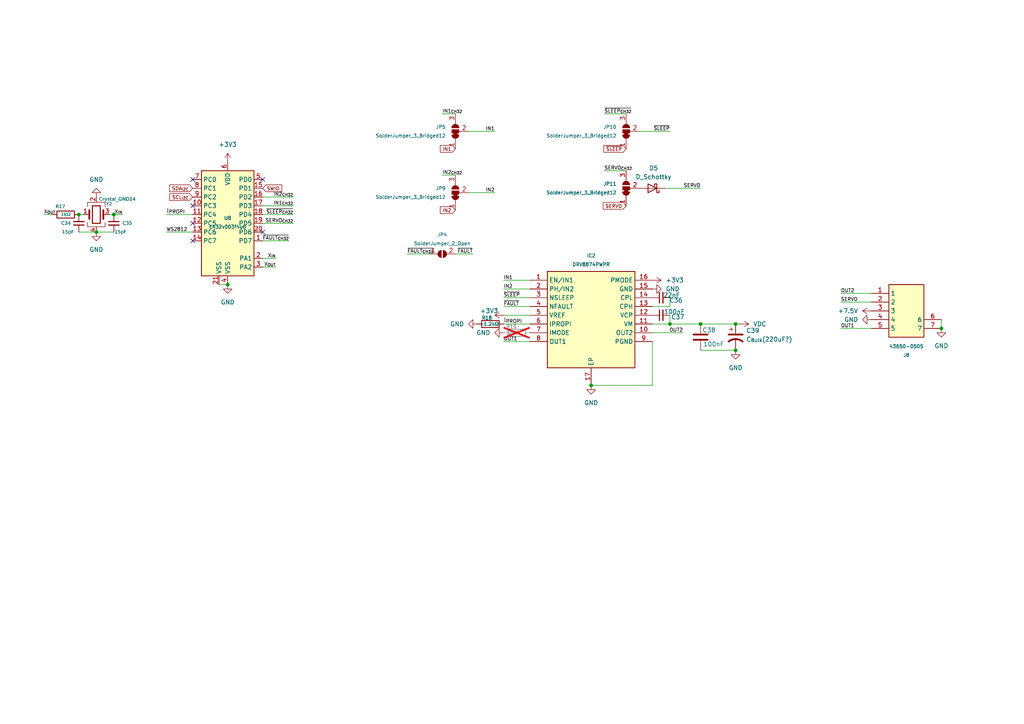
<source format=kicad_sch>
(kicad_sch (version 20231120) (generator "eeschema") (generator_version "8.0")
  (paper "A4")
  (lib_symbols
    (symbol "+3V3_1" (power) (pin_numbers hide) (pin_names (offset 0) hide)
      (property "Value" "+3V3" (at 0 3.556 0))
      (symbol "+3V3_1_0_1"
        (polyline (pts (xy -0.762 1.27) (xy 0 2.54)))
        (polyline (pts (xy 0 0) (xy 0 2.54)))
        (polyline (pts (xy 0 2.54) (xy 0.762 1.27)))
      )
      (symbol "+3V3_1_1_1"
        (pin power_in line (at 0 0 90) (length 0) (name "~") (number "1"))
      )
    )
    (symbol "+3V3_2" (power) (pin_numbers hide) (pin_names (offset 0) hide)
      (property "Value" "+3V3" (at 0 3.556 0))
      (symbol "+3V3_2_0_1"
        (polyline (pts (xy -0.762 1.27) (xy 0 2.54)))
        (polyline (pts (xy 0 0) (xy 0 2.54)))
        (polyline (pts (xy 0 2.54) (xy 0.762 1.27)))
      )
      (symbol "+3V3_2_1_1"
        (pin power_in line (at 0 0 90) (length 0) (name "~") (number "1"))
      )
    )
    (symbol "DRV8874PWPR:DRV8874PWPR"
      (property "Reference" "IC" (at 31.75 7.62 0))
      (property "Value" "DRV8874PWPR" (at 31.75 5.08 0))
      (symbol "DRV8874PWPR_1_1"
        (rectangle (start 5.08 2.54) (end 30.48 -25.4) (stroke (width 0.254)) (fill (type background)))
        (pin passive line (at 0 0 0) (length 5.08) (name "EN/IN1") (number "1"))
        (pin passive line (at 35.56 -15.24 180) (length 5.08) (name "OUT2") (number "10"))
        (pin passive line (at 35.56 -12.7 180) (length 5.08) (name "VM") (number "11"))
        (pin passive line (at 35.56 -10.16 180) (length 5.08) (name "VCP") (number "12"))
        (pin passive line (at 35.56 -7.62 180) (length 5.08) (name "CPH") (number "13"))
        (pin passive line (at 35.56 -5.08 180) (length 5.08) (name "CPL") (number "14"))
        (pin passive line (at 35.56 -2.54 180) (length 5.08) (name "GND") (number "15"))
        (pin passive line (at 35.56 0 180) (length 5.08) (name "PMODE") (number "16"))
        (pin passive line (at 17.78 -30.48 90) (length 5.08) (name "EP") (number "17"))
        (pin passive line (at 0 -2.54 0) (length 5.08) (name "PH/IN2") (number "2"))
        (pin passive line (at 0 -5.08 0) (length 5.08) (name "NSLEEP") (number "3"))
        (pin passive line (at 0 -7.62 0) (length 5.08) (name "NFAULT") (number "4"))
        (pin passive line (at 0 -10.16 0) (length 5.08) (name "VREF") (number "5"))
        (pin passive line (at 0 -12.7 0) (length 5.08) (name "IPROPI") (number "6"))
        (pin passive line (at 0 -15.24 0) (length 5.08) (name "IMODE") (number "7"))
        (pin passive line (at 0 -17.78 0) (length 5.08) (name "OUT1") (number "8"))
        (pin passive line (at 35.56 -17.78 180) (length 5.08) (name "PGND") (number "9"))
      )
    )
    (symbol "Device:C" (pin_numbers hide) (pin_names (offset 0.254))
      (property "Reference" "C" (at 0.635 2.54 0))
      (property "Value" "C" (at 0.635 -2.54 0))
      (symbol "C_0_1"
        (polyline (pts (xy -2.032 -0.762) (xy 2.032 -0.762)) (stroke (width 0.508)))
        (polyline (pts (xy -2.032 0.762) (xy 2.032 0.762)) (stroke (width 0.508)))
      )
      (symbol "C_1_1"
        (pin passive line (at 0 3.81 270) (length 2.794) (name "~") (number "1"))
        (pin passive line (at 0 -3.81 90) (length 2.794) (name "~") (number "2"))
      )
    )
    (symbol "Device:C_Polarized_US" (pin_numbers hide) (pin_names (offset 0.254) hide)
      (property "Reference" "C" (at 0.635 2.54 0))
      (property "Value" "C_Polarized_US" (at 0.635 -2.54 0))
      (symbol "C_Polarized_US_0_1"
        (polyline (pts (xy -2.032 0.762) (xy 2.032 0.762)) (stroke (width 0.508)))
        (polyline (pts (xy -1.778 2.286) (xy -0.762 2.286)))
        (polyline (pts (xy -1.27 1.778) (xy -1.27 2.794)))
        (arc (start 2.032 -1.27) (mid 0 -0.5572) (end -2.032 -1.27) (stroke (width 0.508)))
      )
      (symbol "C_Polarized_US_1_1"
        (pin passive line (at 0 3.81 270) (length 2.794) (name "~") (number "1"))
        (pin passive line (at 0 -3.81 90) (length 3.302) (name "~") (number "2"))
      )
    )
    (symbol "Device:C_Small" (pin_numbers hide) (pin_names (offset 0.254) hide)
      (property "Reference" "C" (at 0.254 1.778 0))
      (property "Value" "C_Small" (at 0.254 -2.032 0))
      (symbol "C_Small_0_1"
        (polyline (pts (xy -1.524 -0.508) (xy 1.524 -0.508)) (stroke (width 0.3302)))
        (polyline (pts (xy -1.524 0.508) (xy 1.524 0.508)) (stroke (width 0.3048)))
      )
      (symbol "C_Small_1_1"
        (pin passive line (at 0 2.54 270) (length 2.032) (name "~") (number "1"))
        (pin passive line (at 0 -2.54 90) (length 2.032) (name "~") (number "2"))
      )
    )
    (symbol "Device:Crystal_GND24" (pin_names (offset 1.016) hide)
      (property "Reference" "Y" (at 3.175 5.08 0))
      (property "Value" "Crystal_GND24" (at 3.175 3.175 0))
      (symbol "Crystal_GND24_0_1"
        (rectangle (start -1.143 2.54) (end 1.143 -2.54) (stroke (width 0.3048)))
        (polyline (pts (xy -2.54 0) (xy -2.032 0)))
        (polyline (pts (xy -2.032 -1.27) (xy -2.032 1.27)) (stroke (width 0.508)))
        (polyline (pts (xy 0 -3.81) (xy 0 -3.556)))
        (polyline (pts (xy 0 3.556) (xy 0 3.81)))
        (polyline (pts (xy 2.032 -1.27) (xy 2.032 1.27)) (stroke (width 0.508)))
        (polyline (pts (xy 2.032 0) (xy 2.54 0)))
        (polyline (pts (xy -2.54 -2.286) (xy -2.54 -3.556) (xy 2.54 -3.556) (xy 2.54 -2.286)))
        (polyline (pts (xy -2.54 2.286) (xy -2.54 3.556) (xy 2.54 3.556) (xy 2.54 2.286)))
      )
      (symbol "Crystal_GND24_1_1"
        (pin passive line (at -3.81 0 0) (length 1.27) (name "1") (number "1"))
        (pin passive line (at 0 5.08 270) (length 1.27) (name "2") (number "2"))
        (pin passive line (at 3.81 0 180) (length 1.27) (name "3") (number "3"))
        (pin passive line (at 0 -5.08 90) (length 1.27) (name "4") (number "4"))
      )
    )
    (symbol "Device:D_Schottky" (pin_numbers hide) (pin_names (offset 1.016) hide)
      (property "Reference" "D" (at 0 2.54 0))
      (property "Value" "D_Schottky" (at 0 -2.54 0))
      (symbol "D_Schottky_0_1"
        (polyline (pts (xy 1.27 0) (xy -1.27 0)))
        (polyline (pts (xy 1.27 1.27) (xy 1.27 -1.27) (xy -1.27 0) (xy 1.27 1.27)) (stroke (width 0.254)))
        (polyline (pts (xy -1.905 0.635) (xy -1.905 1.27) (xy -1.27 1.27) (xy -1.27 -1.27) (xy -0.635 -1.27) (xy -0.635 -0.635)) (stroke (width 0.254)))
      )
      (symbol "D_Schottky_1_1"
        (pin passive line (at -3.81 0 0) (length 2.54) (name "K") (number "1"))
        (pin passive line (at 3.81 0 180) (length 2.54) (name "A") (number "2"))
      )
    )
    (symbol "Device:R" (pin_numbers hide) (pin_names (offset 0))
      (property "Reference" "R" (at 2.032 0 90))
      (property "Value" "R" (at 0 0 90))
      (symbol "R_0_1"
        (rectangle (start -1.016 -2.54) (end 1.016 2.54) (stroke (width 0.254)))
      )
      (symbol "R_1_1"
        (pin passive line (at 0 3.81 270) (length 1.27) (name "~") (number "1"))
        (pin passive line (at 0 -3.81 90) (length 1.27) (name "~") (number "2"))
      )
    )
    (symbol "GND_1" (power) (pin_numbers hide) (pin_names (offset 0) hide)
      (property "Value" "GND" (at 0 -3.81 0))
      (symbol "GND_1_0_1"
        (polyline (pts (xy 0 0) (xy 0 -1.27) (xy 1.27 -1.27) (xy 0 -2.54) (xy -1.27 -1.27) (xy 0 -1.27)))
      )
      (symbol "GND_1_1_1"
        (pin power_in line (at 0 0 270) (length 0) (name "~") (number "1"))
      )
    )
    (symbol "GND_2" (power) (pin_numbers hide) (pin_names (offset 0) hide)
      (property "Value" "GND" (at 0 -3.81 0))
      (symbol "GND_2_0_1"
        (polyline (pts (xy 0 0) (xy 0 -1.27) (xy 1.27 -1.27) (xy 0 -2.54) (xy -1.27 -1.27) (xy 0 -1.27)))
      )
      (symbol "GND_2_1_1"
        (pin power_in line (at 0 0 270) (length 0) (name "~") (number "1"))
      )
    )
    (symbol "GND_3" (power) (pin_numbers hide) (pin_names (offset 0) hide)
      (property "Value" "GND" (at 0 -3.81 0))
      (symbol "GND_3_0_1"
        (polyline (pts (xy 0 0) (xy 0 -1.27) (xy 1.27 -1.27) (xy 0 -2.54) (xy -1.27 -1.27) (xy 0 -1.27)))
      )
      (symbol "GND_3_1_1"
        (pin power_in line (at 0 0 270) (length 0) (name "~") (number "1"))
      )
    )
    (symbol "Jumper:SolderJumper_2_Open" (pin_names (offset 0) hide)
      (property "Reference" "JP" (at 0 2.032 0))
      (property "Value" "SolderJumper_2_Open" (at 0 -2.54 0))
      (symbol "SolderJumper_2_Open_0_1"
        (arc (start -0.254 1.016) (mid -1.2656 0) (end -0.254 -1.016))
        (arc (start -0.254 1.016) (mid -1.2656 0) (end -0.254 -1.016) (fill (type outline)))
        (polyline (pts (xy -0.254 1.016) (xy -0.254 -1.016)))
        (polyline (pts (xy 0.254 1.016) (xy 0.254 -1.016)))
        (arc (start 0.254 -1.016) (mid 1.2656 0) (end 0.254 1.016))
        (arc (start 0.254 -1.016) (mid 1.2656 0) (end 0.254 1.016) (fill (type outline)))
      )
      (symbol "SolderJumper_2_Open_1_1"
        (pin passive line (at -3.81 0 0) (length 2.54) (name "A") (number "1"))
        (pin passive line (at 3.81 0 180) (length 2.54) (name "B") (number "2"))
      )
    )
    (symbol "Jumper:SolderJumper_3_Bridged12" (pin_names (offset 0) hide)
      (property "Reference" "JP" (at -2.54 -2.54 0))
      (property "Value" "SolderJumper_3_Bridged12" (at 0 2.794 0))
      (symbol "SolderJumper_3_Bridged12_0_1"
        (rectangle (start -1.016 0.508) (end -0.508 -0.508) (fill (type outline)))
        (arc (start -1.016 1.016) (mid -2.0276 0) (end -1.016 -1.016))
        (arc (start -1.016 1.016) (mid -2.0276 0) (end -1.016 -1.016) (fill (type outline)))
        (rectangle (start -0.508 1.016) (end 0.508 -1.016) (fill (type outline)))
        (polyline (pts (xy -2.54 0) (xy -2.032 0)))
        (polyline (pts (xy -1.016 1.016) (xy -1.016 -1.016)))
        (polyline (pts (xy 0 -1.27) (xy 0 -1.016)))
        (polyline (pts (xy 1.016 1.016) (xy 1.016 -1.016)))
        (polyline (pts (xy 2.54 0) (xy 2.032 0)))
        (arc (start 1.016 -1.016) (mid 2.0276 0) (end 1.016 1.016))
        (arc (start 1.016 -1.016) (mid 2.0276 0) (end 1.016 1.016) (fill (type outline)))
      )
      (symbol "SolderJumper_3_Bridged12_1_1"
        (pin passive line (at -5.08 0 0) (length 2.54) (name "A") (number "1"))
        (pin passive line (at 0 -3.81 90) (length 2.54) (name "C") (number "2"))
        (pin passive line (at 5.08 0 180) (length 2.54) (name "B") (number "3"))
      )
    )
    (symbol "MCU_WCH_CH32V0:CH32V003FxUx"
      (property "Reference" "U10" (at 0 1.524 0))
      (property "Value" "ch32v003f4u6" (at 0 -1.016 0))
      (symbol "CH32V003FxUx_1_1"
        (rectangle (start -7.62 15.24) (end 7.62 -15.24) (stroke (width 0.254)) (fill (type background)))
        (pin bidirectional line (at 10.16 -5.08 180) (length 2.54) (name "PD7") (number "1"))
        (pin bidirectional line (at -10.16 5.08 0) (length 2.54) (name "PC3") (number "10"))
        (pin bidirectional line (at -10.16 2.54 0) (length 2.54) (name "PC4") (number "11"))
        (pin bidirectional line (at -10.16 0 0) (length 2.54) (name "PC5") (number "12"))
        (pin bidirectional line (at -10.16 -2.54 0) (length 2.54) (name "PC6") (number "13"))
        (pin bidirectional line (at -10.16 -5.08 0) (length 2.54) (name "PC7") (number "14"))
        (pin bidirectional line (at 10.16 10.16 180) (length 2.54) (name "PD1") (number "15"))
        (pin bidirectional line (at 10.16 7.62 180) (length 2.54) (name "PD2") (number "16"))
        (pin bidirectional line (at 10.16 5.08 180) (length 2.54) (name "PD3") (number "17"))
        (pin bidirectional line (at 10.16 2.54 180) (length 2.54) (name "PD4") (number "18"))
        (pin bidirectional line (at 10.16 0 180) (length 2.54) (name "PD5") (number "19"))
        (pin bidirectional line (at 10.16 -10.16 180) (length 2.54) (name "PA1") (number "2"))
        (pin bidirectional line (at 10.16 -2.54 180) (length 2.54) (name "PD6") (number "20"))
        (pin power_in line (at -2.54 -17.78 90) (length 2.54) (name "VSS") (number "21"))
        (pin bidirectional line (at 10.16 -12.7 180) (length 2.54) (name "PA2") (number "3"))
        (pin power_in line (at 0 -17.78 90) (length 2.54) (name "VSS") (number "4"))
        (pin bidirectional line (at 10.16 12.7 180) (length 2.54) (name "PD0") (number "5"))
        (pin power_in line (at 0 17.78 270) (length 2.54) (name "VDD") (number "6"))
        (pin bidirectional line (at -10.16 12.7 0) (length 2.54) (name "PC0") (number "7"))
        (pin bidirectional line (at -10.16 10.16 0) (length 2.54) (name "PC1") (number "8"))
        (pin bidirectional line (at -10.16 7.62 0) (length 2.54) (name "PC2") (number "9"))
      )
    )
    (symbol "MOLEX-MicroFit-5P:43650-0505"
      (property "Reference" "J" (at 16.51 7.62 0))
      (property "Value" "43650-0505" (at 16.51 5.08 0))
      (symbol "43650-0505_1_1"
        (rectangle (start 5.08 2.54) (end 15.24 -12.7) (stroke (width 0.254)) (fill (type background)))
        (pin passive line (at 20.32 -10.16 180) (length 5.08) (name "1") (number "1"))
        (pin passive line (at 20.32 -7.62 180) (length 5.08) (name "2") (number "2"))
        (pin passive line (at 20.32 -5.08 180) (length 5.08) (name "3") (number "3"))
        (pin passive line (at 20.32 -2.54 180) (length 5.08) (name "4") (number "4"))
        (pin passive line (at 20.32 0 180) (length 5.08) (name "5") (number "5"))
        (pin passive line (at 0 -2.54 0) (length 5.08) (name "6") (number "6"))
        (pin passive line (at 0 0 0) (length 5.08) (name "7") (number "7"))
      )
    )
    (symbol "power:+3V3" (power) (pin_numbers hide) (pin_names (offset 0) hide)
      (property "Value" "+3V3" (at 0 3.556 0))
      (symbol "+3V3_0_1"
        (polyline (pts (xy -0.762 1.27) (xy 0 2.54)))
        (polyline (pts (xy 0 0) (xy 0 2.54)))
        (polyline (pts (xy 0 2.54) (xy 0.762 1.27)))
      )
      (symbol "+3V3_1_1"
        (pin power_in line (at 0 0 90) (length 0) (name "~") (number "1"))
      )
    )
    (symbol "power:+7.5V" (power) (pin_numbers hide) (pin_names (offset 0) hide)
      (property "Value" "+7.5V" (at 0 3.556 0))
      (symbol "+7.5V_0_1"
        (polyline (pts (xy -0.762 1.27) (xy 0 2.54)))
        (polyline (pts (xy 0 0) (xy 0 2.54)))
        (polyline (pts (xy 0 2.54) (xy 0.762 1.27)))
      )
      (symbol "+7.5V_1_1"
        (pin power_in line (at 0 0 90) (length 0) (name "~") (number "1"))
      )
    )
    (symbol "power:GND" (power) (pin_numbers hide) (pin_names (offset 0) hide)
      (property "Value" "GND" (at 0 -3.81 0))
      (symbol "GND_0_1"
        (polyline (pts (xy 0 0) (xy 0 -1.27) (xy 1.27 -1.27) (xy 0 -2.54) (xy -1.27 -1.27) (xy 0 -1.27)))
      )
      (symbol "GND_1_1"
        (pin power_in line (at 0 0 270) (length 0) (name "~") (number "1"))
      )
    )
    (symbol "power:VDC" (power) (pin_numbers hide) (pin_names (offset 0) hide)
      (property "Value" "VDC" (at 0 3.556 0))
      (symbol "VDC_0_1"
        (polyline (pts (xy -0.762 1.27) (xy 0 2.54)))
        (polyline (pts (xy 0 0) (xy 0 2.54)))
        (polyline (pts (xy 0 2.54) (xy 0.762 1.27)))
      )
      (symbol "VDC_1_1"
        (pin power_in line (at 0 0 90) (length 0) (name "~") (number "1"))
      )
    )
  )
  (junction (at 171.45 111.76))
  (junction (at 22.86 62.23))
  (junction (at 27.94 67.31))
  (junction (at 213.36 101.6))
  (junction (at 194.31 93.98))
  (junction (at 33.02 62.23))
  (junction (at 213.36 93.98))
  (junction (at 66.04 82.55))
  (junction (at 273.05 95.25))
  (junction (at 203.2 93.98))
  (no_connect (at 76.2 67.31))
  (no_connect (at 76.2 52.07))
  (no_connect (at 55.88 59.69))
  (no_connect (at 55.88 69.85))
  (no_connect (at 55.88 52.07))
  (no_connect (at 55.88 64.77))
  (wire (pts (xy 194.31 86.36) (xy 194.31 88.9)))
  (wire (pts (xy 243.84 87.63) (xy 252.73 87.63)))
  (wire (pts (xy 146.05 99.06) (xy 153.67 99.06)))
  (wire (pts (xy 135.89 55.88) (xy 143.51 55.88)))
  (wire (pts (xy 193.04 54.61) (xy 203.2 54.61)))
  (wire (pts (xy 213.36 93.98) (xy 214.63 93.98)))
  (wire (pts (xy 146.05 88.9) (xy 153.67 88.9)))
  (wire (pts (xy 85.09 59.69) (xy 76.2 59.69)))
  (wire (pts (xy 22.86 62.23) (xy 24.13 62.23)))
  (wire (pts (xy 137.16 73.66) (xy 132.08 73.66)))
  (wire (pts (xy 135.89 38.1) (xy 143.51 38.1)))
  (wire (pts (xy 198.12 96.52) (xy 189.23 96.52)))
  (wire (pts (xy 153.67 86.36) (xy 146.05 86.36)))
  (wire (pts (xy 189.23 99.06) (xy 189.23 111.76)))
  (wire (pts (xy 189.23 111.76) (xy 171.45 111.76)))
  (wire (pts (xy 273.05 92.71) (xy 273.05 95.25)))
  (wire (pts (xy 22.86 67.31) (xy 27.94 67.31)))
  (wire (pts (xy 128.27 33.02) (xy 132.08 33.02)))
  (wire (pts (xy 203.2 101.6) (xy 213.36 101.6)))
  (wire (pts (xy 55.88 62.23) (xy 48.26 62.23)))
  (wire (pts (xy 85.09 57.15) (xy 76.2 57.15)))
  (wire (pts (xy 203.2 93.98) (xy 213.36 93.98)))
  (wire (pts (xy 55.88 67.31) (xy 48.26 67.31)))
  (wire (pts (xy 175.26 49.53) (xy 181.61 49.53)))
  (wire (pts (xy 185.42 38.1) (xy 194.31 38.1)))
  (wire (pts (xy 27.94 67.31) (xy 33.02 67.31)))
  (wire (pts (xy 31.75 62.23) (xy 33.02 62.23)))
  (wire (pts (xy 194.31 91.44) (xy 194.31 93.98)))
  (wire (pts (xy 63.5 82.55) (xy 66.04 82.55)))
  (wire (pts (xy 153.67 83.82) (xy 146.05 83.82)))
  (wire (pts (xy 243.84 95.25) (xy 252.73 95.25)))
  (wire (pts (xy 194.31 93.98) (xy 203.2 93.98)))
  (wire (pts (xy 243.84 85.09) (xy 252.73 85.09)))
  (wire (pts (xy 85.09 62.23) (xy 76.2 62.23)))
  (wire (pts (xy 146.05 91.44) (xy 153.67 91.44)))
  (wire (pts (xy 83.82 69.85) (xy 76.2 69.85)))
  (wire (pts (xy 80.01 77.47) (xy 76.2 77.47)))
  (wire (pts (xy 146.05 93.98) (xy 153.67 93.98)))
  (wire (pts (xy 118.11 73.66) (xy 124.46 73.66)))
  (wire (pts (xy 33.02 62.23) (xy 35.56 62.23)))
  (wire (pts (xy 153.67 81.28) (xy 146.05 81.28)))
  (wire (pts (xy 194.31 88.9) (xy 189.23 88.9)))
  (wire (pts (xy 85.09 64.77) (xy 76.2 64.77)))
  (wire (pts (xy 12.7 62.23) (xy 15.24 62.23)))
  (wire (pts (xy 189.23 93.98) (xy 194.31 93.98)))
  (wire (pts (xy 175.26 33.02) (xy 181.61 33.02)))
  (wire (pts (xy 76.2 74.93) (xy 80.01 74.93)))
  (wire (pts (xy 128.27 50.8) (xy 132.08 50.8)))
  (label "~{SLEEP_{CH32}}" (at 175.26 33.02 0) (effects (font (size 1 1))))
  (label "IN1" (at 146.05 81.28 0) (effects (font (size 1 1))))
  (label "X_{OUT}" (at 12.7 62.23 0) (effects (font (size 1 1))))
  (label "SERVO_{CH32}" (at 85.09 64.77 180) (effects (font (size 1 1))))
  (label "OUT2" (at 243.84 85.09 0) (effects (font (size 1 1))))
  (label "X_{IN}" (at 80.01 74.93 180) (effects (font (size 1 1))))
  (label "X_{OUT}" (at 80.01 77.47 180) (effects (font (size 1 1))))
  (label "IN2_{CH32}" (at 128.27 50.8 0) (effects (font (size 1 1))))
  (label "IN1_{CH32}" (at 85.09 59.69 180) (effects (font (size 1 1))))
  (label "~{FAULT}" (at 146.05 88.9 0) (effects (font (size 1 1))))
  (label "~{FAULT_{CH32}}" (at 118.11 73.66 0) (effects (font (size 1 1))))
  (label "IN2" (at 146.05 83.82 0) (effects (font (size 1 1))))
  (label "OUT1" (at 146.05 99.06 0) (effects (font (size 1 1))))
  (label "SERVO" (at 243.84 87.63 0) (effects (font (size 1 1))))
  (label "~{SLEEP}" (at 194.31 38.1 180) (effects (font (size 1 1))))
  (label "~{SLEEP_{CH32}}" (at 85.09 62.23 180) (effects (font (size 1 1))))
  (label "X_{IN}" (at 35.56 62.23 180) (effects (font (size 1 1))))
  (label "SERVO" (at 203.2 54.61 180) (effects (font (size 1 1))))
  (label "~{FAULT}" (at 137.16 73.66 180) (effects (font (size 1 1))))
  (label "IN2_{CH32}" (at 85.09 57.15 180) (effects (font (size 1 1))))
  (label "I_{PROPI}" (at 48.26 62.23 0))
  (label "~{SLEEP}" (at 146.05 86.36 0) (effects (font (size 1 1))))
  (label "IN2" (at 143.51 55.88 180) (effects (font (size 1 1))))
  (label "~{FAULT_{CH32}}" (at 83.82 69.85 180) (effects (font (size 1 1))))
  (label "OUT2" (at 198.12 96.52 180) (effects (font (size 1 1))))
  (label "IN1_{CH32}" (at 128.27 33.02 0) (effects (font (size 1 1))))
  (label "OUT1" (at 243.84 95.25 0) (effects (font (size 1 1))))
  (label "IN1" (at 143.51 38.1 180) (effects (font (size 1 1))))
  (label "SERVO_{CH32}" (at 175.26 49.53 0) (effects (font (size 1 1))))
  (label "WS2812" (at 48.26 67.31 0) (effects (font (size 1 1))))
  (label "I_{PROPI}" (at 146.05 93.98 0))
  (global_label "IN2_{${SHEETNAME}}" (shape input) (at 132.08 60.96 180) (effects (font (size 1 1))) (property "Intersheetrefs" "${INTERSHEET_REFS}" (effects (hide yes))))
  (global_label "SWIO_{${SHEETNAME}}" (shape input) (at 76.2 54.61 0) (effects (font (size 1 1))) (property "Intersheetrefs" "${INTERSHEET_REFS}" (effects (hide yes))))
  (global_label "~{SLEEP_{${SHEETNAME}}}" (shape input) (at 181.61 43.18 180) (effects (font (size 1 1))) (property "Intersheetrefs" "${INTERSHEET_REFS}" (effects (hide yes))))
  (global_label "IN1_{${SHEETNAME}}" (shape input) (at 132.08 43.18 180) (effects (font (size 1 1))) (property "Intersheetrefs" "${INTERSHEET_REFS}" (effects (hide yes))))
  (global_label "SDA_{I2C}" (shape input) (at 55.88 54.61 180) (effects (font (size 1 1))) (property "Intersheetrefs" "${INTERSHEET_REFS}" (effects (hide yes))))
  (global_label "SCL_{I2C}" (shape input) (at 55.88 57.15 180) (effects (font (size 1 1))) (property "Intersheetrefs" "${INTERSHEET_REFS}" (effects (hide yes))))
  (global_label "SERVO_{${SHEETNAME}}" (shape input) (at 181.61 59.69 180) (effects (font (size 1 1))) (property "Intersheetrefs" "${INTERSHEET_REFS}" (effects (hide yes))))
  (symbol (lib_id "Device:R") (at 149.86 96.52 90) (unit 1) (dnp yes)
    (property "Reference" "R19" (at 148.336 94.742 90) (effects (font (size 1 1))))
    (property "Value" "DNF" (at 148.844 96.52 90) (effects (font (size 1 1))))
    (property "Footprint" "Resistor_SMD:R_0603_1608Metric_Pad0.98x0.95mm_HandSolder" (effects (hide yes)))
    (instances (project "main_pcb" (path "" (reference "R19") (unit 1)) (path "" (reference "R22") (unit 1)) (path "" (reference "R25") (unit 1)) (path "" (reference "R28") (unit 1)) (path "" (reference "R31") (unit 1)) (path "" (reference "R34") (unit 1))))
  )
  (symbol (lib_id "Jumper:SolderJumper_3_Bridged12") (at 181.61 38.1 90) (unit 1)
    (property "Reference" "JP10" (at 178.816 36.8299 90) (effects (font (size 1 1)) (justify left)))
    (property "Value" "SolderJumper_3_Bridged12" (at 178.816 39.3699 90) (effects (font (size 1 1)) (justify left)))
    (property "Footprint" "Jumper:SolderJumper-3_P1.3mm_Bridged12_RoundedPad1.0x1.5mm" (effects (hide yes)))
    (instances (project "main_pcb" (path "" (reference "JP10") (unit 1)) (path "" (reference "JP15") (unit 1)) (path "" (reference "JP20") (unit 1)) (path "" (reference "JP25") (unit 1)) (path "" (reference "JP30") (unit 1)) (path "" (reference "JP35") (unit 1))))
  )
  (symbol (lib_name "GND_1") (lib_id "power:GND") (at 252.73 92.71 270) (unit 1)
    (property "Reference" "#PWR093" (effects (hide yes)))
    (property "Value" "GND" (at 248.92 92.7099 90) (effects (justify right)))
    (property "Description" "Power symbol creates a global label with name \"GND\" , ground" (effects (hide yes)))
    (instances (project "main_pcb" (path "" (reference "#PWR093") (unit 1)) (path "" (reference "#PWR094") (unit 1)) (path "" (reference "#PWR095") (unit 1)) (path "" (reference "#PWR0109") (unit 1)) (path "" (reference "#PWR0110") (unit 1)) (path "" (reference "#PWR0125") (unit 1))))
  )
  (symbol (lib_id "Device:C_Small") (at 22.86 64.77 180) (unit 1)
    (property "Reference" "C34" (at 17.78 64.77 0) (effects (font (size 1 1)) (justify right)))
    (property "Value" "15pF" (at 17.78 67.31 0) (effects (font (size 1 1)) (justify right)))
    (property "Footprint" "Capacitor_SMD:C_0603_1608Metric_Pad1.08x0.95mm_HandSolder" (effects (hide yes)))
    (property "LCSC" "C107037" (effects (hide yes)))
    (instances (project "main_pcb" (path "" (reference "C34") (unit 1)) (path "" (reference "C40") (unit 1)) (path "" (reference "C46") (unit 1)) (path "" (reference "C52") (unit 1)) (path "" (reference "C58") (unit 1)) (path "" (reference "C64") (unit 1))))
  )
  (symbol (lib_id "MCU_WCH_CH32V0:CH32V003FxUx") (at 66.04 64.77 0) (unit 1)
    (property "Reference" "U8" (at 66.04 63.246 0) (effects (font (size 1 1))))
    (property "Value" "ch32v003f4u6" (at 66.04 65.786 0) (effects (font (size 1 1))))
    (property "Footprint" "Package_DFN_QFN:QFN-20-1EP_3x3mm_P0.4mm_EP1.65x1.65mm" (effects (hide yes)))
    (property "Datasheet" "https://www.wch-ic.com/products/CH32V003.html" (effects (hide yes)))
    (property "Description" "CH32V003 series are industrial-grade general-purpose microcontrollers designed based on 32-bit RISC-V instruction set and architecture. It adopts QingKe V2A core, RV32EC instruction set, and supports 2 levels of interrupt nesting. The series are mounted with rich peripheral interfaces and function modules. Its internal organizational structure meets the low-cost and low-power embedded application scenarios." (effects (hide yes)))
    (property "LCSC" "C5299908" (effects (hide yes)))
    (instances (project "main_pcb" (path "" (reference "U8") (unit 1)) (path "" (reference "U9") (unit 1)) (path "" (reference "U10") (unit 1)) (path "" (reference "U11") (unit 1)) (path "" (reference "U12") (unit 1)) (path "" (reference "U13") (unit 1))))
  )
  (symbol (lib_id "Device:C") (at 203.2 97.79 0) (unit 1)
    (property "Reference" "C38" (at 203.708 95.758 0) (effects (justify left)))
    (property "Value" "100nF" (at 203.962 99.822 0) (effects (justify left)))
    (property "Footprint" "Capacitor_SMD:C_0402_1005Metric_Pad0.74x0.62mm_HandSolder" (effects (hide yes)))
    (property "LCSC" "C1525" (effects (hide yes)))
    (instances (project "main_pcb" (path "" (reference "C38") (unit 1)) (path "" (reference "C44") (unit 1)) (path "" (reference "C50") (unit 1)) (path "" (reference "C56") (unit 1)) (path "" (reference "C62") (unit 1)) (path "" (reference "C68") (unit 1))))
  )
  (symbol (lib_id "Device:Crystal_GND24") (at 27.94 62.23 0) (unit 1)
    (property "Reference" "Y2" (at 31.623 59.182 0) (effects (font (size 1 1))))
    (property "Value" "Crystal_GND24" (at 34.036 57.785 0) (effects (font (size 1 1))))
    (property "Footprint" "Crystal:Crystal_SMD_3225-4Pin_3.2x2.5mm" (effects (hide yes)))
    (property "LCSC" "C7424717" (effects (hide yes)))
    (instances (project "main_pcb" (path "" (reference "Y2") (unit 1)) (path "" (reference "Y3") (unit 1)) (path "" (reference "Y4") (unit 1)) (path "" (reference "Y5") (unit 1)) (path "" (reference "Y6") (unit 1)) (path "" (reference "Y7") (unit 1))))
  )
  (symbol (lib_id "power:GND") (at 171.45 111.76 0) (unit 1)
    (property "Reference" "#PWR0104" (effects (hide yes)))
    (property "Value" "GND" (at 171.45 116.84 0))
    (property "Description" "Power symbol creates a global label with name \"GND\" , ground" (effects (hide yes)))
    (instances (project "main_pcb" (path "" (reference "#PWR0104") (unit 1)) (path "" (reference "#PWR0120") (unit 1)) (path "" (reference "#PWR0136") (unit 1)) (path "" (reference "#PWR0152") (unit 1)) (path "" (reference "#PWR0168") (unit 1)) (path "" (reference "#PWR0181") (unit 1))))
  )
  (symbol (lib_id "power:GND") (at 138.43 93.98 270) (unit 1)
    (property "Reference" "#PWR0101" (effects (hide yes)))
    (property "Value" "GND" (at 134.62 93.9799 90) (effects (justify right)))
    (property "Description" "Power symbol creates a global label with name \"GND\" , ground" (effects (hide yes)))
    (instances (project "main_pcb" (path "" (reference "#PWR0101") (unit 1)) (path "" (reference "#PWR0117") (unit 1)) (path "" (reference "#PWR0133") (unit 1)) (path "" (reference "#PWR0149") (unit 1)) (path "" (reference "#PWR0165") (unit 1)) (path "" (reference "#PWR0178") (unit 1))))
  )
  (symbol (lib_id "power:GND") (at 189.23 83.82 90) (unit 1)
    (property "Reference" "#PWR0106" (effects (hide yes)))
    (property "Value" "GND" (at 193.04 83.8199 90) (effects (justify right)))
    (property "Description" "Power symbol creates a global label with name \"GND\" , ground" (effects (hide yes)))
    (instances (project "main_pcb" (path "" (reference "#PWR0106") (unit 1)) (path "" (reference "#PWR0122") (unit 1)) (path "" (reference "#PWR0138") (unit 1)) (path "" (reference "#PWR0154") (unit 1)) (path "" (reference "#PWR0170") (unit 1)) (path "" (reference "#PWR0182") (unit 1))))
  )
  (symbol (lib_id "Jumper:SolderJumper_3_Bridged12") (at 132.08 55.88 90) (unit 1)
    (property "Reference" "JP9" (at 129.286 54.6099 90) (effects (font (size 1 1)) (justify left)))
    (property "Value" "SolderJumper_3_Bridged12" (at 129.286 57.1499 90) (effects (font (size 1 1)) (justify left)))
    (property "Footprint" "Jumper:SolderJumper-3_P1.3mm_Bridged12_RoundedPad1.0x1.5mm" (effects (hide yes)))
    (instances (project "main_pcb" (path "" (reference "JP9") (unit 1)) (path "" (reference "JP14") (unit 1)) (path "" (reference "JP19") (unit 1)) (path "" (reference "JP24") (unit 1)) (path "" (reference "JP29") (unit 1)) (path "" (reference "JP34") (unit 1))))
  )
  (symbol (lib_name "+3V3_1") (lib_id "power:+3V3") (at 66.04 46.99 0) (unit 1)
    (property "Reference" "#PWR0100" (effects (hide yes)))
    (property "Value" "+3V3" (at 66.04 41.91 0))
    (property "Description" "Power symbol creates a global label with name \"+3V3\"" (effects (hide yes)))
    (instances (project "main_pcb" (path "" (reference "#PWR0100") (unit 1)) (path "" (reference "#PWR0116") (unit 1)) (path "" (reference "#PWR0132") (unit 1)) (path "" (reference "#PWR0148") (unit 1)) (path "" (reference "#PWR0164") (unit 1)) (path "" (reference "#PWR0174") (unit 1))))
  )
  (symbol (lib_name "GND_3") (lib_id "power:GND") (at 27.94 57.15 180) (unit 1)
    (property "Reference" "#PWR096" (effects (hide yes)))
    (property "Value" "GND" (at 27.94 52.07 0))
    (property "Description" "Power symbol creates a global label with name \"GND\" , ground" (effects (hide yes)))
    (instances (project "main_pcb" (path "" (reference "#PWR096") (unit 1)) (path "" (reference "#PWR0112") (unit 1)) (path "" (reference "#PWR0128") (unit 1)) (path "" (reference "#PWR0144") (unit 1)) (path "" (reference "#PWR0159") (unit 1)) (path "" (reference "#PWR0160") (unit 1))))
  )
  (symbol (lib_id "Device:D_Schottky") (at 189.23 54.61 180) (unit 1)
    (property "Reference" "D5" (at 189.5475 48.768 0))
    (property "Value" "D_Schottky" (at 189.5475 51.308 0))
    (property "Footprint" "Diode_SMD:D_SOD-123" (effects (hide yes)))
    (property "LCSC" "C5344563" (effects (hide yes)))
    (instances (project "main_pcb" (path "" (reference "D5") (unit 1)) (path "" (reference "D6") (unit 1)) (path "" (reference "D7") (unit 1)) (path "" (reference "D8") (unit 1)) (path "" (reference "D9") (unit 1)) (path "" (reference "D10") (unit 1))))
  )
  (symbol (lib_id "power:GND") (at 146.05 96.52 270) (unit 1)
    (property "Reference" "#PWR0103" (effects (hide yes)))
    (property "Value" "GND" (at 142.24 96.5199 90) (effects (justify right)))
    (property "Description" "Power symbol creates a global label with name \"GND\" , ground" (effects (hide yes)))
    (instances (project "main_pcb" (path "" (reference "#PWR0103") (unit 1)) (path "" (reference "#PWR0119") (unit 1)) (path "" (reference "#PWR0135") (unit 1)) (path "" (reference "#PWR0151") (unit 1)) (path "" (reference "#PWR0167") (unit 1)) (path "" (reference "#PWR0177") (unit 1))))
  )
  (symbol (lib_id "power:GND") (at 27.94 67.31 0) (unit 1)
    (property "Reference" "#PWR097" (effects (hide yes)))
    (property "Value" "GND" (at 27.94 72.39 0))
    (property "Description" "Power symbol creates a global label with name \"GND\" , ground" (effects (hide yes)))
    (instances (project "main_pcb" (path "" (reference "#PWR097") (unit 1)) (path "" (reference "#PWR0113") (unit 1)) (path "" (reference "#PWR0129") (unit 1)) (path "" (reference "#PWR0145") (unit 1)) (path "" (reference "#PWR0161") (unit 1)) (path "" (reference "#PWR0172") (unit 1))))
  )
  (symbol (lib_id "Device:C_Small") (at 191.77 86.36 90) (unit 1)
    (property "Reference" "C36" (at 196.088 87.122 90))
    (property "Value" "22nF" (at 194.818 85.598 90))
    (property "Footprint" "Capacitor_SMD:C_0603_1608Metric_Pad1.08x0.95mm_HandSolder" (effects (hide yes)))
    (property "LCSC" "C77571" (effects (hide yes)))
    (instances (project "main_pcb" (path "" (reference "C36") (unit 1)) (path "" (reference "C42") (unit 1)) (path "" (reference "C48") (unit 1)) (path "" (reference "C54") (unit 1)) (path "" (reference "C60") (unit 1)) (path "" (reference "C66") (unit 1))))
  )
  (symbol (lib_id "Device:R") (at 19.05 62.23 90) (unit 1)
    (property "Reference" "R17" (at 17.526 59.944 90) (effects (font (size 1 1))))
    (property "Value" "1kΩ" (at 19.05 62.23 90) (effects (font (size 1 1))))
    (property "Footprint" "Resistor_SMD:R_0603_1608Metric_Pad0.98x0.95mm_HandSolder" (effects (hide yes)))
    (property "LCSC" "C22548" (effects (hide yes)))
    (instances (project "main_pcb" (path "" (reference "R17") (unit 1)) (path "" (reference "R20") (unit 1)) (path "" (reference "R23") (unit 1)) (path "" (reference "R26") (unit 1)) (path "" (reference "R29") (unit 1)) (path "" (reference "R32") (unit 1))))
  )
  (symbol (lib_id "power:GND") (at 66.04 82.55 0) (unit 1)
    (property "Reference" "#PWR098" (effects (hide yes)))
    (property "Value" "GND" (at 66.04 87.63 0))
    (property "Description" "Power symbol creates a global label with name \"GND\" , ground" (effects (hide yes)))
    (instances (project "main_pcb" (path "" (reference "#PWR098") (unit 1)) (path "" (reference "#PWR0114") (unit 1)) (path "" (reference "#PWR0130") (unit 1)) (path "" (reference "#PWR0146") (unit 1)) (path "" (reference "#PWR0162") (unit 1)) (path "" (reference "#PWR0176") (unit 1))))
  )
  (symbol (lib_id "Device:C_Small") (at 191.77 91.44 90) (unit 1)
    (property "Reference" "C37" (at 196.596 91.948 90))
    (property "Value" "100nF" (at 195.58 90.424 90))
    (property "Footprint" "Capacitor_SMD:C_0402_1005Metric_Pad0.74x0.62mm_HandSolder" (effects (hide yes)))
    (property "LCSC" "C1525" (effects (hide yes)))
    (instances (project "main_pcb" (path "" (reference "C37") (unit 1)) (path "" (reference "C43") (unit 1)) (path "" (reference "C49") (unit 1)) (path "" (reference "C55") (unit 1)) (path "" (reference "C61") (unit 1)) (path "" (reference "C67") (unit 1))))
  )
  (symbol (lib_id "power:+3V3") (at 189.23 81.28 270) (unit 1)
    (property "Reference" "#PWR0105" (effects (hide yes)))
    (property "Value" "+3V3" (at 193.04 81.2799 90) (effects (justify left)))
    (property "Description" "Power symbol creates a global label with name \"+3V3\"" (effects (hide yes)))
    (instances (project "main_pcb" (path "" (reference "#PWR0105") (unit 1)) (path "" (reference "#PWR0121") (unit 1)) (path "" (reference "#PWR0137") (unit 1)) (path "" (reference "#PWR0153") (unit 1)) (path "" (reference "#PWR0169") (unit 1)) (path "" (reference "#PWR0180") (unit 1))))
  )
  (symbol (lib_id "power:GND") (at 213.36 101.6 0) (unit 1)
    (property "Reference" "#PWR0107" (effects (hide yes)))
    (property "Value" "GND" (at 213.36 106.68 0))
    (property "Description" "Power symbol creates a global label with name \"GND\" , ground" (effects (hide yes)))
    (instances (project "main_pcb" (path "" (reference "#PWR0107") (unit 1)) (path "" (reference "#PWR0123") (unit 1)) (path "" (reference "#PWR0139") (unit 1)) (path "" (reference "#PWR0155") (unit 1)) (path "" (reference "#PWR0171") (unit 1)) (path "" (reference "#PWR0173") (unit 1))))
  )
  (symbol (lib_id "Jumper:SolderJumper_3_Bridged12") (at 132.08 38.1 90) (unit 1)
    (property "Reference" "JP5" (at 129.286 36.8299 90) (effects (font (size 1 1)) (justify left)))
    (property "Value" "SolderJumper_3_Bridged12" (at 129.286 39.3699 90) (effects (font (size 1 1)) (justify left)))
    (property "Footprint" "Jumper:SolderJumper-3_P1.3mm_Bridged12_RoundedPad1.0x1.5mm" (effects (hide yes)))
    (instances (project "main_pcb" (path "" (reference "JP5") (unit 1)) (path "" (reference "JP13") (unit 1)) (path "" (reference "JP18") (unit 1)) (path "" (reference "JP23") (unit 1)) (path "" (reference "JP28") (unit 1)) (path "" (reference "JP33") (unit 1))))
  )
  (symbol (lib_id "Device:R") (at 142.24 93.98 90) (unit 1)
    (property "Reference" "R18" (at 141.224 92.202 90) (effects (font (size 1 1))))
    (property "Value" "~1.2kΩ " (at 142.494 93.98 90) (effects (font (size 1 1))))
    (property "Footprint" "Resistor_SMD:R_0603_1608Metric_Pad0.98x0.95mm_HandSolder" (effects (hide yes)))
    (property "LCSC" "C22765" (effects (hide yes)))
    (instances (project "main_pcb" (path "" (reference "R18") (unit 1)) (path "" (reference "R21") (unit 1)) (path "" (reference "R24") (unit 1)) (path "" (reference "R27") (unit 1)) (path "" (reference "R30") (unit 1)) (path "" (reference "R33") (unit 1))))
  )
  (symbol (lib_id "Device:C_Polarized_US") (at 213.36 97.79 0) (unit 1)
    (property "Reference" "C39" (at 216.408 95.8849 0) (effects (justify left)))
    (property "Value" "C_{Bulk}(220uF?)" (at 216.408 98.4249 0) (effects (justify left)))
    (property "Footprint" "Capacitor_SMD:CP_Elec_6.3x5.4" (effects (hide yes)))
    (property "LCSC" "C2977551" (effects (hide yes)))
    (instances (project "main_pcb" (path "" (reference "C39") (unit 1)) (path "" (reference "C45") (unit 1)) (path "" (reference "C51") (unit 1)) (path "" (reference "C57") (unit 1)) (path "" (reference "C63") (unit 1)) (path "" (reference "C69") (unit 1))))
  )
  (symbol (lib_id "DRV8874PWPR:DRV8874PWPR") (at 153.67 81.28 0) (unit 1)
    (property "Reference" "IC2" (at 171.45 74.168 0) (effects (font (size 1 1))))
    (property "Value" "DRV8874PWPR" (at 171.45 76.708 0) (effects (font (size 1 1))))
    (property "Footprint" "DRV8874PWPR:SOP65P640X120-17N" (effects (hide yes)))
    (property "Datasheet" "https://www.ti.com/lit/gpn/DRV8874" (effects (hide yes)))
    (property "Height" "1.2" (effects (hide yes)))
    (property "Mouser Part Number" "595-DRV8874PWPR" (effects (hide yes)))
    (property "Mouser Price/Stock" "https://www.mouser.co.uk/ProductDetail/Texas-Instruments/DRV8874PWPR?qs=mAH9sUMRCtvh%2FSU15ywmDA%3D%3D" (effects (hide yes)))
    (property "Manufacturer_Name" "Texas Instruments" (effects (hide yes)))
    (property "Manufacturer_Part_Number" "DRV8874PWPR" (effects (hide yes)))
    (property "LCSC" "C1855818" (effects (hide yes)))
    (instances (project "main_pcb" (path "" (reference "IC2") (unit 1)) (path "" (reference "IC3") (unit 1)) (path "" (reference "IC4") (unit 1)) (path "" (reference "IC5") (unit 1)) (path "" (reference "IC6") (unit 1)) (path "" (reference "IC7") (unit 1))))
  )
  (symbol (lib_id "Jumper:SolderJumper_2_Open") (at 128.27 73.66 0) (unit 1)
    (property "Reference" "JP4" (at 128.27 68.072 0) (effects (font (size 1 1))))
    (property "Value" "SolderJumper_2_Open" (at 128.27 70.612 0) (effects (font (size 1 1))))
    (property "Footprint" "Jumper:SolderJumper-2_P1.3mm_Open_RoundedPad1.0x1.5mm" (effects (hide yes)))
    (instances (project "main_pcb" (path "" (reference "JP4") (unit 1)) (path "" (reference "JP12") (unit 1)) (path "" (reference "JP17") (unit 1)) (path "" (reference "JP22") (unit 1)) (path "" (reference "JP27") (unit 1)) (path "" (reference "JP32") (unit 1))))
  )
  (symbol (lib_id "MOLEX-MicroFit-5P:43650-0505") (at 273.05 95.25 180) (unit 1)
    (property "Reference" "J8" (at 262.89 102.997 0) (effects (font (size 1 1))))
    (property "Value" "43650-0505" (at 262.89 100.457 0) (effects (font (size 1 1))))
    (property "Footprint" "43650-0505:43650-05YY_03040559" (effects (hide yes)))
    (property "Datasheet" "https://www.molex.com/pdm_docs/sd/436500203_sd.pdf" (effects (hide yes)))
    (property "Height" "5.57" (effects (hide yes)))
    (property "Mouser Part Number" "538-43650-0505" (effects (hide yes)))
    (property "Mouser Price/Stock" "https://www.mouser.co.uk/ProductDetail/Molex/43650-0505?qs=zhePCb1yaFMqRr70zh77ag%3D%3D" (effects (hide yes)))
    (property "Manufacturer_Name" "Molex" (effects (hide yes)))
    (property "Manufacturer_Part_Number" "43650-0505" (effects (hide yes)))
    (instances (project "main_pcb" (path "" (reference "J8") (unit 1)) (path "" (reference "J9") (unit 1)) (path "" (reference "J10") (unit 1)) (path "" (reference "J11") (unit 1)) (path "" (reference "J12") (unit 1)) (path "" (reference "J13") (unit 1))))
  )
  (symbol (lib_name "+3V3_2") (lib_id "power:+3V3") (at 146.05 91.44 90) (unit 1)
    (property "Reference" "#PWR0102" (effects (hide yes)))
    (property "Value" "+3V3" (at 144.526 90.1699 90) (effects (justify left)))
    (property "Description" "Power symbol creates a global label with name \"+3V3\"" (effects (hide yes)))
    (instances (project "main_pcb" (path "" (reference "#PWR0102") (unit 1)) (path "" (reference "#PWR0118") (unit 1)) (path "" (reference "#PWR0134") (unit 1)) (path "" (reference "#PWR0150") (unit 1)) (path "" (reference "#PWR0166") (unit 1)) (path "" (reference "#PWR0179") (unit 1))))
  )
  (symbol (lib_id "Jumper:SolderJumper_3_Bridged12") (at 181.61 54.61 90) (unit 1)
    (property "Reference" "JP11" (at 178.816 53.3399 90) (effects (font (size 1 1)) (justify left)))
    (property "Value" "SolderJumper_3_Bridged12" (at 178.816 55.8799 90) (effects (font (size 1 1)) (justify left)))
    (property "Footprint" "Jumper:SolderJumper-3_P1.3mm_Bridged12_RoundedPad1.0x1.5mm" (effects (hide yes)))
    (instances (project "main_pcb" (path "" (reference "JP11") (unit 1)) (path "" (reference "JP16") (unit 1)) (path "" (reference "JP21") (unit 1)) (path "" (reference "JP26") (unit 1)) (path "" (reference "JP31") (unit 1)) (path "" (reference "JP36") (unit 1))))
  )
  (symbol (lib_id "power:VDC") (at 214.63 93.98 270) (unit 1)
    (property "Reference" "#PWR0108" (effects (hide yes)))
    (property "Value" "VDC" (at 218.44 93.9799 90) (effects (justify left)))
    (property "Description" "Power symbol creates a global label with name \"VDC\"" (effects (hide yes)))
    (instances (project "main_pcb" (path "" (reference "#PWR0108") (unit 1)) (path "" (reference "#PWR0124") (unit 1)) (path "" (reference "#PWR0140") (unit 1)) (path "" (reference "#PWR0156") (unit 1)) (path "" (reference "#PWR0157") (unit 1)) (path "" (reference "#PWR0158") (unit 1))))
  )
  (symbol (lib_id "Device:C_Small") (at 33.02 64.77 0) (unit 1)
    (property "Reference" "C35" (at 35.56 64.77 0) (effects (font (size 1 1)) (justify left)))
    (property "Value" "15pF" (at 33.02 67.31 0) (effects (font (size 1 1)) (justify left)))
    (property "Footprint" "Capacitor_SMD:C_0603_1608Metric_Pad1.08x0.95mm_HandSolder" (effects (hide yes)))
    (property "LCSC" "C107037" (effects (hide yes)))
    (instances (project "main_pcb" (path "" (reference "C35") (unit 1)) (path "" (reference "C41") (unit 1)) (path "" (reference "C47") (unit 1)) (path "" (reference "C53") (unit 1)) (path "" (reference "C59") (unit 1)) (path "" (reference "C65") (unit 1))))
  )
  (symbol (lib_name "GND_2") (lib_id "power:GND") (at 273.05 95.25 0) (unit 1)
    (property "Reference" "#PWR0111" (effects (hide yes)))
    (property "Value" "GND" (at 273.05 100.33 0))
    (property "Description" "Power symbol creates a global label with name \"GND\" , ground" (effects (hide yes)))
    (instances (project "main_pcb" (path "" (reference "#PWR0111") (unit 1)) (path "" (reference "#PWR0126") (unit 1)) (path "" (reference "#PWR0127") (unit 1)) (path "" (reference "#PWR0141") (unit 1)) (path "" (reference "#PWR0142") (unit 1)) (path "" (reference "#PWR0143") (unit 1))))
  )
  (symbol (lib_id "power:+7.5V") (at 252.73 90.17 90) (unit 1)
    (property "Reference" "#PWR087" (effects (hide yes)))
    (property "Value" "+7.5V" (at 248.92 90.1699 90) (effects (justify left)))
    (property "Description" "Power symbol creates a global label with name \"+7.5V\"" (effects (hide yes)))
    (instances (project "main_pcb" (path "" (reference "#PWR087") (unit 1)) (path "" (reference "#PWR088") (unit 1)) (path "" (reference "#PWR089") (unit 1)) (path "" (reference "#PWR090") (unit 1)) (path "" (reference "#PWR091") (unit 1)) (path "" (reference "#PWR092") (unit 1))))
  )
)
</source>
